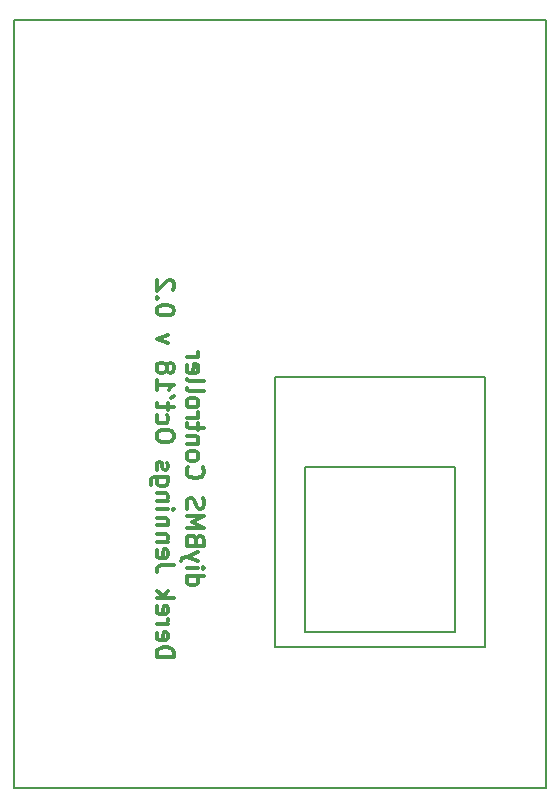
<source format=gbr>
%TF.GenerationSoftware,KiCad,Pcbnew,5.0.0*%
%TF.CreationDate,2018-10-12T22:56:55+01:00*%
%TF.ProjectId,ESP8266_home_battery_controller,455350383236365F686F6D655F626174,rev?*%
%TF.SameCoordinates,Original*%
%TF.FileFunction,Legend,Bot*%
%TF.FilePolarity,Positive*%
%FSLAX46Y46*%
G04 Gerber Fmt 4.6, Leading zero omitted, Abs format (unit mm)*
G04 Created by KiCad (PCBNEW 5.0.0) date Fri Oct 12 22:56:55 2018*
%MOMM*%
%LPD*%
G01*
G04 APERTURE LIST*
%ADD10C,0.300000*%
%ADD11C,0.150000*%
G04 APERTURE END LIST*
D10*
X164596428Y-102071428D02*
X166096428Y-102071428D01*
X164667857Y-102071428D02*
X164596428Y-102214285D01*
X164596428Y-102500000D01*
X164667857Y-102642857D01*
X164739285Y-102714285D01*
X164882142Y-102785714D01*
X165310714Y-102785714D01*
X165453571Y-102714285D01*
X165525000Y-102642857D01*
X165596428Y-102500000D01*
X165596428Y-102214285D01*
X165525000Y-102071428D01*
X164596428Y-101357142D02*
X165596428Y-101357142D01*
X166096428Y-101357142D02*
X166025000Y-101428571D01*
X165953571Y-101357142D01*
X166025000Y-101285714D01*
X166096428Y-101357142D01*
X165953571Y-101357142D01*
X165596428Y-100785714D02*
X164596428Y-100428571D01*
X165596428Y-100071428D02*
X164596428Y-100428571D01*
X164239285Y-100571428D01*
X164167857Y-100642857D01*
X164096428Y-100785714D01*
X165382142Y-99000000D02*
X165310714Y-98785714D01*
X165239285Y-98714285D01*
X165096428Y-98642857D01*
X164882142Y-98642857D01*
X164739285Y-98714285D01*
X164667857Y-98785714D01*
X164596428Y-98928571D01*
X164596428Y-99500000D01*
X166096428Y-99500000D01*
X166096428Y-99000000D01*
X166025000Y-98857142D01*
X165953571Y-98785714D01*
X165810714Y-98714285D01*
X165667857Y-98714285D01*
X165525000Y-98785714D01*
X165453571Y-98857142D01*
X165382142Y-99000000D01*
X165382142Y-99500000D01*
X164596428Y-98000000D02*
X166096428Y-98000000D01*
X165025000Y-97500000D01*
X166096428Y-97000000D01*
X164596428Y-97000000D01*
X164667857Y-96357142D02*
X164596428Y-96142857D01*
X164596428Y-95785714D01*
X164667857Y-95642857D01*
X164739285Y-95571428D01*
X164882142Y-95500000D01*
X165025000Y-95500000D01*
X165167857Y-95571428D01*
X165239285Y-95642857D01*
X165310714Y-95785714D01*
X165382142Y-96071428D01*
X165453571Y-96214285D01*
X165525000Y-96285714D01*
X165667857Y-96357142D01*
X165810714Y-96357142D01*
X165953571Y-96285714D01*
X166025000Y-96214285D01*
X166096428Y-96071428D01*
X166096428Y-95714285D01*
X166025000Y-95500000D01*
X164739285Y-92857142D02*
X164667857Y-92928571D01*
X164596428Y-93142857D01*
X164596428Y-93285714D01*
X164667857Y-93500000D01*
X164810714Y-93642857D01*
X164953571Y-93714285D01*
X165239285Y-93785714D01*
X165453571Y-93785714D01*
X165739285Y-93714285D01*
X165882142Y-93642857D01*
X166025000Y-93500000D01*
X166096428Y-93285714D01*
X166096428Y-93142857D01*
X166025000Y-92928571D01*
X165953571Y-92857142D01*
X164596428Y-92000000D02*
X164667857Y-92142857D01*
X164739285Y-92214285D01*
X164882142Y-92285714D01*
X165310714Y-92285714D01*
X165453571Y-92214285D01*
X165525000Y-92142857D01*
X165596428Y-92000000D01*
X165596428Y-91785714D01*
X165525000Y-91642857D01*
X165453571Y-91571428D01*
X165310714Y-91500000D01*
X164882142Y-91500000D01*
X164739285Y-91571428D01*
X164667857Y-91642857D01*
X164596428Y-91785714D01*
X164596428Y-92000000D01*
X165596428Y-90857142D02*
X164596428Y-90857142D01*
X165453571Y-90857142D02*
X165525000Y-90785714D01*
X165596428Y-90642857D01*
X165596428Y-90428571D01*
X165525000Y-90285714D01*
X165382142Y-90214285D01*
X164596428Y-90214285D01*
X165596428Y-89714285D02*
X165596428Y-89142857D01*
X166096428Y-89500000D02*
X164810714Y-89500000D01*
X164667857Y-89428571D01*
X164596428Y-89285714D01*
X164596428Y-89142857D01*
X164596428Y-88642857D02*
X165596428Y-88642857D01*
X165310714Y-88642857D02*
X165453571Y-88571428D01*
X165525000Y-88500000D01*
X165596428Y-88357142D01*
X165596428Y-88214285D01*
X164596428Y-87500000D02*
X164667857Y-87642857D01*
X164739285Y-87714285D01*
X164882142Y-87785714D01*
X165310714Y-87785714D01*
X165453571Y-87714285D01*
X165525000Y-87642857D01*
X165596428Y-87500000D01*
X165596428Y-87285714D01*
X165525000Y-87142857D01*
X165453571Y-87071428D01*
X165310714Y-87000000D01*
X164882142Y-87000000D01*
X164739285Y-87071428D01*
X164667857Y-87142857D01*
X164596428Y-87285714D01*
X164596428Y-87500000D01*
X164596428Y-86142857D02*
X164667857Y-86285714D01*
X164810714Y-86357142D01*
X166096428Y-86357142D01*
X164596428Y-85357142D02*
X164667857Y-85500000D01*
X164810714Y-85571428D01*
X166096428Y-85571428D01*
X164667857Y-84214285D02*
X164596428Y-84357142D01*
X164596428Y-84642857D01*
X164667857Y-84785714D01*
X164810714Y-84857142D01*
X165382142Y-84857142D01*
X165525000Y-84785714D01*
X165596428Y-84642857D01*
X165596428Y-84357142D01*
X165525000Y-84214285D01*
X165382142Y-84142857D01*
X165239285Y-84142857D01*
X165096428Y-84857142D01*
X164596428Y-83500000D02*
X165596428Y-83500000D01*
X165310714Y-83500000D02*
X165453571Y-83428571D01*
X165525000Y-83357142D01*
X165596428Y-83214285D01*
X165596428Y-83071428D01*
X162046428Y-108928571D02*
X163546428Y-108928571D01*
X163546428Y-108571428D01*
X163475000Y-108357142D01*
X163332142Y-108214285D01*
X163189285Y-108142857D01*
X162903571Y-108071428D01*
X162689285Y-108071428D01*
X162403571Y-108142857D01*
X162260714Y-108214285D01*
X162117857Y-108357142D01*
X162046428Y-108571428D01*
X162046428Y-108928571D01*
X162117857Y-106857142D02*
X162046428Y-107000000D01*
X162046428Y-107285714D01*
X162117857Y-107428571D01*
X162260714Y-107500000D01*
X162832142Y-107500000D01*
X162975000Y-107428571D01*
X163046428Y-107285714D01*
X163046428Y-107000000D01*
X162975000Y-106857142D01*
X162832142Y-106785714D01*
X162689285Y-106785714D01*
X162546428Y-107500000D01*
X162046428Y-106142857D02*
X163046428Y-106142857D01*
X162760714Y-106142857D02*
X162903571Y-106071428D01*
X162975000Y-106000000D01*
X163046428Y-105857142D01*
X163046428Y-105714285D01*
X162117857Y-104642857D02*
X162046428Y-104785714D01*
X162046428Y-105071428D01*
X162117857Y-105214285D01*
X162260714Y-105285714D01*
X162832142Y-105285714D01*
X162975000Y-105214285D01*
X163046428Y-105071428D01*
X163046428Y-104785714D01*
X162975000Y-104642857D01*
X162832142Y-104571428D01*
X162689285Y-104571428D01*
X162546428Y-105285714D01*
X162046428Y-103928571D02*
X163546428Y-103928571D01*
X162617857Y-103785714D02*
X162046428Y-103357142D01*
X163046428Y-103357142D02*
X162475000Y-103928571D01*
X163546428Y-101142857D02*
X162475000Y-101142857D01*
X162260714Y-101214285D01*
X162117857Y-101357142D01*
X162046428Y-101571428D01*
X162046428Y-101714285D01*
X162117857Y-99857142D02*
X162046428Y-100000000D01*
X162046428Y-100285714D01*
X162117857Y-100428571D01*
X162260714Y-100500000D01*
X162832142Y-100500000D01*
X162975000Y-100428571D01*
X163046428Y-100285714D01*
X163046428Y-100000000D01*
X162975000Y-99857142D01*
X162832142Y-99785714D01*
X162689285Y-99785714D01*
X162546428Y-100500000D01*
X163046428Y-99142857D02*
X162046428Y-99142857D01*
X162903571Y-99142857D02*
X162975000Y-99071428D01*
X163046428Y-98928571D01*
X163046428Y-98714285D01*
X162975000Y-98571428D01*
X162832142Y-98500000D01*
X162046428Y-98500000D01*
X163046428Y-97785714D02*
X162046428Y-97785714D01*
X162903571Y-97785714D02*
X162975000Y-97714285D01*
X163046428Y-97571428D01*
X163046428Y-97357142D01*
X162975000Y-97214285D01*
X162832142Y-97142857D01*
X162046428Y-97142857D01*
X162046428Y-96428571D02*
X163046428Y-96428571D01*
X163546428Y-96428571D02*
X163475000Y-96500000D01*
X163403571Y-96428571D01*
X163475000Y-96357142D01*
X163546428Y-96428571D01*
X163403571Y-96428571D01*
X163046428Y-95714285D02*
X162046428Y-95714285D01*
X162903571Y-95714285D02*
X162975000Y-95642857D01*
X163046428Y-95500000D01*
X163046428Y-95285714D01*
X162975000Y-95142857D01*
X162832142Y-95071428D01*
X162046428Y-95071428D01*
X163046428Y-93714285D02*
X161832142Y-93714285D01*
X161689285Y-93785714D01*
X161617857Y-93857142D01*
X161546428Y-94000000D01*
X161546428Y-94214285D01*
X161617857Y-94357142D01*
X162117857Y-93714285D02*
X162046428Y-93857142D01*
X162046428Y-94142857D01*
X162117857Y-94285714D01*
X162189285Y-94357142D01*
X162332142Y-94428571D01*
X162760714Y-94428571D01*
X162903571Y-94357142D01*
X162975000Y-94285714D01*
X163046428Y-94142857D01*
X163046428Y-93857142D01*
X162975000Y-93714285D01*
X162117857Y-93071428D02*
X162046428Y-92928571D01*
X162046428Y-92642857D01*
X162117857Y-92500000D01*
X162260714Y-92428571D01*
X162332142Y-92428571D01*
X162475000Y-92500000D01*
X162546428Y-92642857D01*
X162546428Y-92857142D01*
X162617857Y-93000000D01*
X162760714Y-93071428D01*
X162832142Y-93071428D01*
X162975000Y-93000000D01*
X163046428Y-92857142D01*
X163046428Y-92642857D01*
X162975000Y-92500000D01*
X163546428Y-90357142D02*
X163546428Y-90071428D01*
X163475000Y-89928571D01*
X163332142Y-89785714D01*
X163046428Y-89714285D01*
X162546428Y-89714285D01*
X162260714Y-89785714D01*
X162117857Y-89928571D01*
X162046428Y-90071428D01*
X162046428Y-90357142D01*
X162117857Y-90500000D01*
X162260714Y-90642857D01*
X162546428Y-90714285D01*
X163046428Y-90714285D01*
X163332142Y-90642857D01*
X163475000Y-90500000D01*
X163546428Y-90357142D01*
X162117857Y-88428571D02*
X162046428Y-88571428D01*
X162046428Y-88857142D01*
X162117857Y-89000000D01*
X162189285Y-89071428D01*
X162332142Y-89142857D01*
X162760714Y-89142857D01*
X162903571Y-89071428D01*
X162975000Y-89000000D01*
X163046428Y-88857142D01*
X163046428Y-88571428D01*
X162975000Y-88428571D01*
X163046428Y-88000000D02*
X163046428Y-87428571D01*
X163546428Y-87785714D02*
X162260714Y-87785714D01*
X162117857Y-87714285D01*
X162046428Y-87571428D01*
X162046428Y-87428571D01*
X163546428Y-86857142D02*
X163260714Y-87000000D01*
X162046428Y-85428571D02*
X162046428Y-86285714D01*
X162046428Y-85857142D02*
X163546428Y-85857142D01*
X163332142Y-86000000D01*
X163189285Y-86142857D01*
X163117857Y-86285714D01*
X162903571Y-84571428D02*
X162975000Y-84714285D01*
X163046428Y-84785714D01*
X163189285Y-84857142D01*
X163260714Y-84857142D01*
X163403571Y-84785714D01*
X163475000Y-84714285D01*
X163546428Y-84571428D01*
X163546428Y-84285714D01*
X163475000Y-84142857D01*
X163403571Y-84071428D01*
X163260714Y-84000000D01*
X163189285Y-84000000D01*
X163046428Y-84071428D01*
X162975000Y-84142857D01*
X162903571Y-84285714D01*
X162903571Y-84571428D01*
X162832142Y-84714285D01*
X162760714Y-84785714D01*
X162617857Y-84857142D01*
X162332142Y-84857142D01*
X162189285Y-84785714D01*
X162117857Y-84714285D01*
X162046428Y-84571428D01*
X162046428Y-84285714D01*
X162117857Y-84142857D01*
X162189285Y-84071428D01*
X162332142Y-84000000D01*
X162617857Y-84000000D01*
X162760714Y-84071428D01*
X162832142Y-84142857D01*
X162903571Y-84285714D01*
X163046428Y-82357142D02*
X162046428Y-82000000D01*
X163046428Y-81642857D01*
X163546428Y-79642857D02*
X163546428Y-79500000D01*
X163475000Y-79357142D01*
X163403571Y-79285714D01*
X163260714Y-79214285D01*
X162975000Y-79142857D01*
X162617857Y-79142857D01*
X162332142Y-79214285D01*
X162189285Y-79285714D01*
X162117857Y-79357142D01*
X162046428Y-79500000D01*
X162046428Y-79642857D01*
X162117857Y-79785714D01*
X162189285Y-79857142D01*
X162332142Y-79928571D01*
X162617857Y-80000000D01*
X162975000Y-80000000D01*
X163260714Y-79928571D01*
X163403571Y-79857142D01*
X163475000Y-79785714D01*
X163546428Y-79642857D01*
X162189285Y-78500000D02*
X162117857Y-78428571D01*
X162046428Y-78500000D01*
X162117857Y-78571428D01*
X162189285Y-78500000D01*
X162046428Y-78500000D01*
X163403571Y-77857142D02*
X163475000Y-77785714D01*
X163546428Y-77642857D01*
X163546428Y-77285714D01*
X163475000Y-77142857D01*
X163403571Y-77071428D01*
X163260714Y-77000000D01*
X163117857Y-77000000D01*
X162903571Y-77071428D01*
X162046428Y-77928571D01*
X162046428Y-77000000D01*
D11*
X150000000Y-55000000D02*
X195000000Y-55000000D01*
X150000000Y-120000000D02*
X150000000Y-55000000D01*
X195000000Y-120000000D02*
X150000000Y-120000000D01*
X195000000Y-55000000D02*
X195000000Y-120000000D01*
X174650000Y-106810000D02*
X174650000Y-92840000D01*
X174650000Y-92840000D02*
X187350000Y-92840000D01*
X187350000Y-92840000D02*
X187350000Y-106810000D01*
X187350000Y-106810000D02*
X174650000Y-106810000D01*
X172110000Y-108080000D02*
X189890000Y-108080000D01*
X189890000Y-108080000D02*
X189890000Y-85220000D01*
X189890000Y-85220000D02*
X172110000Y-85220000D01*
X172110000Y-85220000D02*
X172110000Y-108080000D01*
M02*

</source>
